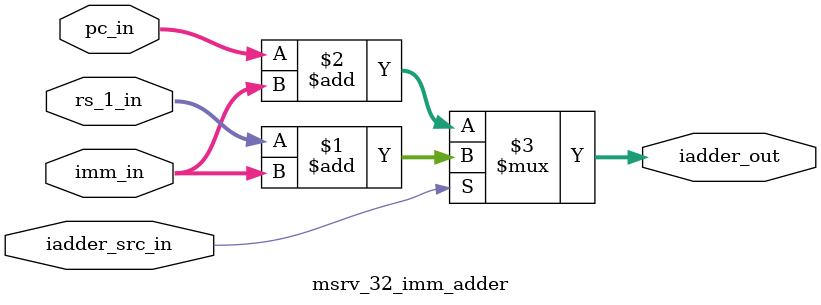
<source format=v>
module msrv_32_imm_adder(input wire  [31:0] rs_1_in,
        		       input wire iadder_src_in,
                               input wire [31:0] imm_in,
			       input wire [31:0]pc_in,
			       output [31:0] iadder_out);


assign iadder_out = iadder_src_in ? (rs_1_in+imm_in) : (pc_in + imm_in);
endmodule 
</source>
